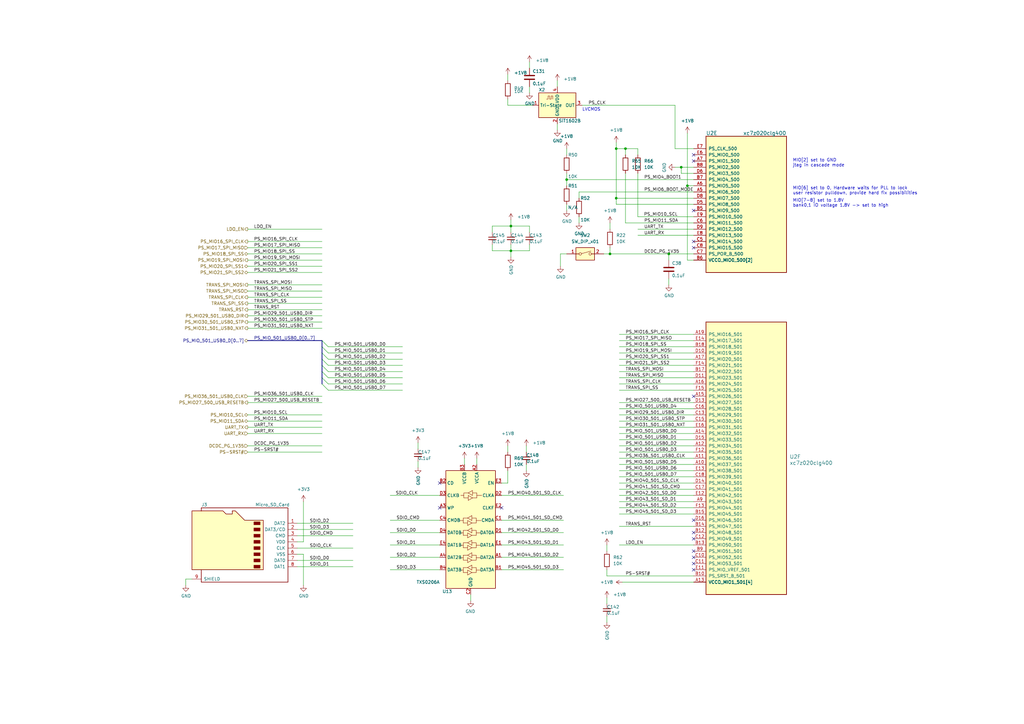
<source format=kicad_sch>
(kicad_sch (version 20231120) (generator "eeschema") (generator_version "8.0")
  (paper "A3")
  (junction (at 279.4 68.58))
  (junction (at 232.41 73.66))
  (junction (at 250.19 104.14))
  (junction (at 256.54 60.96))
  (junction (at 252.73 60.96))
  (junction (at 209.55 92.71))
  (junction (at 274.32 104.14))
  (junction (at 281.94 76.2))
  (junction (at 252.73 81.28))
  (junction (at 209.55 102.87))
  (no_connect (at 284.48 66.04))
  (no_connect (at 284.48 86.36))
  (no_connect (at 284.48 101.6))
  (no_connect (at 284.48 99.06))
  (no_connect (at 284.48 63.5))
  (no_connect (at 180.34 198.12))
  (no_connect (at 180.34 208.28))
  (no_connect (at 205.74 208.28))
  (no_connect (at 284.48 228.6))
  (no_connect (at 284.48 231.14))
  (no_connect (at 284.48 220.98))
  (no_connect (at 284.48 218.44))
  (no_connect (at 284.48 213.36))
  (no_connect (at 284.48 162.56))
  (no_connect (at 284.48 226.06))
  (no_connect (at 284.48 233.68))
  (bus_entry (at 132.08 147.32) (size 2.54 2.54))
  (bus_entry (at 132.08 149.86) (size 2.54 2.54))
  (bus_entry (at 132.08 152.4) (size 2.54 2.54))
  (bus_entry (at 132.08 144.78) (size 2.54 2.54))
  (bus_entry (at 132.08 139.7) (size 2.54 2.54))
  (bus_entry (at 132.08 142.24) (size 2.54 2.54))
  (bus_entry (at 132.08 154.94) (size 2.54 2.54))
  (bus_entry (at 132.08 157.48) (size 2.54 2.54))
  (wire (pts (xy 101.6 177.8) (xy 132.08 177.8)))
  (wire (pts (xy 252.73 81.28) (xy 284.48 81.28)))
  (wire (pts (xy 190.5 187.96) (xy 190.5 190.5)))
  (wire (pts (xy 134.62 157.48) (xy 165.1 157.48)))
  (wire (pts (xy 134.62 154.94) (xy 165.1 154.94)))
  (wire (pts (xy 254 190.5) (xy 284.48 190.5)))
  (wire (pts (xy 101.6 182.88) (xy 132.08 182.88)))
  (wire (pts (xy 205.74 213.36) (xy 231.14 213.36)))
  (wire (pts (xy 238.76 43.18) (xy 276.86 43.18)))
  (wire (pts (xy 254 137.16) (xy 284.48 137.16)))
  (wire (pts (xy 261.62 88.9) (xy 284.48 88.9)))
  (wire (pts (xy 217.17 35.56) (xy 217.17 38.1)))
  (wire (pts (xy 279.4 71.12) (xy 284.48 71.12)))
  (wire (pts (xy 193.04 243.84) (xy 193.04 246.38)))
  (wire (pts (xy 208.28 193.04) (xy 208.28 198.12)))
  (wire (pts (xy 121.92 224.79) (xy 144.78 224.79)))
  (wire (pts (xy 247.65 104.14) (xy 250.19 104.14)))
  (wire (pts (xy 205.74 203.2) (xy 231.14 203.2)))
  (wire (pts (xy 160.02 228.6) (xy 180.34 228.6)))
  (wire (pts (xy 254 223.52) (xy 284.48 223.52)))
  (wire (pts (xy 205.74 218.44) (xy 231.14 218.44)))
  (wire (pts (xy 101.6 132.08) (xy 132.08 132.08)))
  (wire (pts (xy 171.45 181.61) (xy 171.45 184.15)))
  (wire (pts (xy 208.28 182.88) (xy 208.28 185.42)))
  (wire (pts (xy 201.93 92.71) (xy 201.93 95.25)))
  (wire (pts (xy 254 167.64) (xy 284.48 167.64)))
  (wire (pts (xy 171.45 191.77) (xy 171.45 189.23)))
  (wire (pts (xy 101.6 121.92) (xy 132.08 121.92)))
  (bus (pts (xy 132.08 154.94) (xy 132.08 157.48)))
  (wire (pts (xy 274.32 104.14) (xy 284.48 104.14)))
  (wire (pts (xy 201.93 102.87) (xy 201.93 100.33)))
  (wire (pts (xy 134.62 144.78) (xy 165.1 144.78)))
  (wire (pts (xy 279.4 68.58) (xy 279.4 71.12)))
  (wire (pts (xy 254 203.2) (xy 284.48 203.2)))
  (wire (pts (xy 254 157.48) (xy 284.48 157.48)))
  (wire (pts (xy 254 182.88) (xy 284.48 182.88)))
  (wire (pts (xy 254 172.72) (xy 284.48 172.72)))
  (wire (pts (xy 232.41 73.66) (xy 284.48 73.66)))
  (wire (pts (xy 209.55 92.71) (xy 209.55 95.25)))
  (wire (pts (xy 232.41 73.66) (xy 232.41 76.2)))
  (wire (pts (xy 121.92 217.17) (xy 144.78 217.17)))
  (wire (pts (xy 76.2 240.03) (xy 76.2 237.49)))
  (wire (pts (xy 261.62 96.52) (xy 284.48 96.52)))
  (wire (pts (xy 205.74 233.68) (xy 231.14 233.68)))
  (wire (pts (xy 254 215.9) (xy 284.48 215.9)))
  (wire (pts (xy 276.86 68.58) (xy 279.4 68.58)))
  (wire (pts (xy 281.94 54.61) (xy 281.94 76.2)))
  (wire (pts (xy 160.02 233.68) (xy 180.34 233.68)))
  (wire (pts (xy 237.49 88.9) (xy 237.49 91.44)))
  (bus (pts (xy 132.08 139.7) (xy 132.08 142.24)))
  (wire (pts (xy 228.6 50.8) (xy 228.6 53.34)))
  (wire (pts (xy 281.94 106.68) (xy 284.48 106.68)))
  (wire (pts (xy 254 193.04) (xy 284.48 193.04)))
  (wire (pts (xy 261.62 63.5) (xy 261.62 60.96)))
  (bus (pts (xy 101.6 139.7) (xy 132.08 139.7)))
  (wire (pts (xy 276.86 43.18) (xy 276.86 60.96)))
  (wire (pts (xy 205.74 228.6) (xy 231.14 228.6)))
  (wire (pts (xy 237.49 78.74) (xy 284.48 78.74)))
  (wire (pts (xy 254 208.28) (xy 284.48 208.28)))
  (wire (pts (xy 254 160.02) (xy 284.48 160.02)))
  (wire (pts (xy 76.2 237.49) (xy 78.74 237.49)))
  (wire (pts (xy 254 205.74) (xy 284.48 205.74)))
  (wire (pts (xy 134.62 149.86) (xy 165.1 149.86)))
  (wire (pts (xy 101.6 109.22) (xy 132.08 109.22)))
  (wire (pts (xy 101.6 170.18) (xy 132.08 170.18)))
  (wire (pts (xy 261.62 93.98) (xy 284.48 93.98)))
  (wire (pts (xy 281.94 76.2) (xy 281.94 106.68)))
  (wire (pts (xy 101.6 185.42) (xy 132.08 185.42)))
  (wire (pts (xy 101.6 172.72) (xy 132.08 172.72)))
  (wire (pts (xy 209.55 92.71) (xy 217.17 92.71)))
  (wire (pts (xy 248.92 223.52) (xy 248.92 226.06)))
  (wire (pts (xy 101.6 119.38) (xy 132.08 119.38)))
  (bus (pts (xy 132.08 149.86) (xy 132.08 152.4)))
  (wire (pts (xy 195.58 187.96) (xy 195.58 190.5)))
  (wire (pts (xy 215.9 182.88) (xy 215.9 185.42)))
  (bus (pts (xy 132.08 152.4) (xy 132.08 154.94)))
  (wire (pts (xy 208.28 30.48) (xy 208.28 33.02)))
  (wire (pts (xy 250.19 91.44) (xy 250.19 93.98)))
  (wire (pts (xy 232.41 71.12) (xy 232.41 73.66)))
  (wire (pts (xy 160.02 223.52) (xy 180.34 223.52)))
  (wire (pts (xy 209.55 90.17) (xy 209.55 92.71)))
  (wire (pts (xy 101.6 129.54) (xy 132.08 129.54)))
  (wire (pts (xy 254 149.86) (xy 284.48 149.86)))
  (wire (pts (xy 254 198.12) (xy 284.48 198.12)))
  (bus (pts (xy 132.08 142.24) (xy 132.08 144.78)))
  (wire (pts (xy 254 185.42) (xy 284.48 185.42)))
  (wire (pts (xy 101.6 124.46) (xy 132.08 124.46)))
  (wire (pts (xy 134.62 142.24) (xy 165.1 142.24)))
  (wire (pts (xy 217.17 92.71) (xy 217.17 95.25)))
  (wire (pts (xy 254 177.8) (xy 284.48 177.8)))
  (bus (pts (xy 132.08 147.32) (xy 132.08 149.86)))
  (wire (pts (xy 101.6 99.06) (xy 132.08 99.06)))
  (wire (pts (xy 160.02 218.44) (xy 180.34 218.44)))
  (wire (pts (xy 124.46 227.33) (xy 124.46 240.03)))
  (wire (pts (xy 217.17 102.87) (xy 217.17 100.33)))
  (wire (pts (xy 254 147.32) (xy 284.48 147.32)))
  (wire (pts (xy 261.62 71.12) (xy 261.62 88.9)))
  (wire (pts (xy 215.9 193.04) (xy 215.9 190.5)))
  (wire (pts (xy 121.92 222.25) (xy 124.46 222.25)))
  (wire (pts (xy 254 142.24) (xy 284.48 142.24)))
  (wire (pts (xy 254 152.4) (xy 284.48 152.4)))
  (wire (pts (xy 252.73 58.42) (xy 252.73 60.96)))
  (wire (pts (xy 252.73 60.96) (xy 252.73 81.28)))
  (wire (pts (xy 250.19 104.14) (xy 274.32 104.14)))
  (wire (pts (xy 205.74 223.52) (xy 231.14 223.52)))
  (wire (pts (xy 248.92 245.11) (xy 248.92 247.65)))
  (wire (pts (xy 101.6 116.84) (xy 132.08 116.84)))
  (wire (pts (xy 254 200.66) (xy 284.48 200.66)))
  (wire (pts (xy 252.73 81.28) (xy 252.73 83.82)))
  (wire (pts (xy 134.62 147.32) (xy 165.1 147.32)))
  (wire (pts (xy 254 210.82) (xy 284.48 210.82)))
  (wire (pts (xy 101.6 162.56) (xy 132.08 162.56)))
  (bus (pts (xy 132.08 144.78) (xy 132.08 147.32)))
  (wire (pts (xy 101.6 175.26) (xy 132.08 175.26)))
  (wire (pts (xy 209.55 102.87) (xy 217.17 102.87)))
  (wire (pts (xy 201.93 102.87) (xy 209.55 102.87)))
  (wire (pts (xy 121.92 227.33) (xy 124.46 227.33)))
  (wire (pts (xy 205.74 198.12) (xy 208.28 198.12)))
  (wire (pts (xy 101.6 93.98) (xy 132.08 93.98)))
  (wire (pts (xy 248.92 236.22) (xy 284.48 236.22)))
  (wire (pts (xy 232.41 83.82) (xy 232.41 86.36)))
  (wire (pts (xy 101.6 106.68) (xy 132.08 106.68)))
  (wire (pts (xy 101.6 111.76) (xy 132.08 111.76)))
  (wire (pts (xy 256.54 71.12) (xy 256.54 91.44)))
  (wire (pts (xy 248.92 233.68) (xy 248.92 236.22)))
  (wire (pts (xy 101.6 104.14) (xy 132.08 104.14)))
  (wire (pts (xy 121.92 229.87) (xy 144.78 229.87)))
  (wire (pts (xy 208.28 43.18) (xy 208.28 40.64)))
  (wire (pts (xy 254 187.96) (xy 284.48 187.96)))
  (wire (pts (xy 101.6 134.62) (xy 132.08 134.62)))
  (wire (pts (xy 284.48 238.76) (xy 255.27 238.76)))
  (wire (pts (xy 281.94 76.2) (xy 284.48 76.2)))
  (wire (pts (xy 160.02 213.36) (xy 180.34 213.36)))
  (wire (pts (xy 274.32 106.68) (xy 274.32 104.14)))
  (wire (pts (xy 237.49 78.74) (xy 237.49 81.28)))
  (wire (pts (xy 121.92 232.41) (xy 144.78 232.41)))
  (wire (pts (xy 252.73 83.82) (xy 284.48 83.82)))
  (wire (pts (xy 276.86 60.96) (xy 284.48 60.96)))
  (wire (pts (xy 232.41 104.14) (xy 229.87 104.14)))
  (wire (pts (xy 256.54 60.96) (xy 256.54 63.5)))
  (wire (pts (xy 248.92 255.27) (xy 248.92 252.73)))
  (wire (pts (xy 124.46 205.74) (xy 124.46 222.25)))
  (wire (pts (xy 254 175.26) (xy 284.48 175.26)))
  (wire (pts (xy 121.92 214.63) (xy 144.78 214.63)))
  (wire (pts (xy 101.6 165.1) (xy 132.08 165.1)))
  (wire (pts (xy 274.32 116.84) (xy 274.32 114.3)))
  (wire (pts (xy 217.17 27.94) (xy 217.17 25.4)))
  (wire (pts (xy 201.93 92.71) (xy 209.55 92.71)))
  (wire (pts (xy 254 144.78) (xy 284.48 144.78)))
  (wire (pts (xy 279.4 68.58) (xy 284.48 68.58)))
  (wire (pts (xy 229.87 104.14) (xy 229.87 109.22)))
  (wire (pts (xy 256.54 91.44) (xy 284.48 91.44)))
  (wire (pts (xy 121.92 219.71) (xy 144.78 219.71)))
  (wire (pts (xy 232.41 60.96) (xy 232.41 63.5)))
  (wire (pts (xy 134.62 152.4) (xy 165.1 152.4)))
  (wire (pts (xy 208.28 43.18) (xy 218.44 43.18)))
  (wire (pts (xy 254 139.7) (xy 284.48 139.7)))
  (wire (pts (xy 254 165.1) (xy 284.48 165.1)))
  (wire (pts (xy 101.6 101.6) (xy 132.08 101.6)))
  (wire (pts (xy 134.62 160.02) (xy 165.1 160.02)))
  (wire (pts (xy 254 195.58) (xy 284.48 195.58)))
  (wire (pts (xy 228.6 33.02) (xy 228.6 35.56)))
  (wire (pts (xy 209.55 102.87) (xy 209.55 100.33)))
  (wire (pts (xy 254 180.34) (xy 284.48 180.34)))
  (wire (pts (xy 256.54 60.96) (xy 261.62 60.96)))
  (wire (pts (xy 254 170.18) (xy 284.48 170.18)))
  (wire (pts (xy 254 154.94) (xy 284.48 154.94)))
  (wire (pts (xy 101.6 127) (xy 132.08 127)))
  (wire (pts (xy 252.73 60.96) (xy 256.54 60.96)))
  (wire (pts (xy 209.55 105.41) (xy 209.55 102.87)))
  (wire (pts (xy 160.02 203.2) (xy 180.34 203.2)))
  (wire (pts (xy 250.19 101.6) (xy 250.19 104.14)))
  (text "MIO[6] set to 0, Hardware waits for PLL to lock\nuser resistor pulldown, provide hard fix possibilities" (at 325.12 80.01 0) (effects (font (size 1.27 1.27)) (justify left bottom)))
  (text "MIO[7-8] set to 1.8V\nbank0,1 IO voltage 1.8V -> set to high" (at 325.12 85.09 0) (effects (font (size 1.27 1.27)) (justify left bottom)))
  (text "LVCMOS" (at 238.76 45.72 0) (effects (font (size 1.27 1.27)) (justify left bottom)))
  (text "MIO[2] set to GND\njtag in cascade mode" (at 325.12 68.58 0) (effects (font (size 1.27 1.27)) (justify left bottom)))
  (label "PS_MIO_501_USB0_D2" (at 137.16 147.32 0))
  (label "SDIO_D2" (at 127 214.63 0))
  (label "PS_MIO_501_USB0_D3" (at 256.54 185.42 0))
  (label "PS_MIO_501_USB0_D2" (at 256.54 182.88 0))
  (label "PS_MIO19_SPI_MOSI" (at 104.14 106.68 0))
  (label "PS-SRST#" (at 104.14 185.42 0))
  (label "PS_MIO30_501_USB0_STP" (at 104.14 132.08 0))
  (label "SDIO_CMD" (at 162.56 213.36 0))
  (label "PS_MIO19_SPI_MOSI" (at 256.54 144.78 0))
  (label "PS_MIO43_501_SD_D1" (at 208.28 223.52 0))
  (label "PS_MIO_501_USB0_D5" (at 137.16 154.94 0))
  (label "PS_MIO31_501_USB0_NXT" (at 104.14 134.62 0))
  (label "PS_MIO17_SPI_MISO" (at 256.54 139.7 0))
  (label "PS_MIO45_501_SD_D3" (at 208.28 233.68 0))
  (label "SDIO_CLK" (at 162.2518 203.2 0))
  (label "UART_RX" (at 104.14 177.8 0))
  (label "LDO_EN" (at 104.14 93.98 0))
  (label "TRANS_SPI_MISO" (at 256.54 154.94 0))
  (label "PS_MIO16_SPI_CLK" (at 104.14 99.06 0))
  (label "PS_MIO27_500_USB_RESETB" (at 104.14 165.1 0))
  (label "UART_RX" (at 264.16 96.52 0))
  (label "PS_MIO43_501_SD_D1" (at 256.54 205.74 0))
  (label "PS_MIO21_SPI_SS2" (at 104.14 111.76 0))
  (label "PS_CLK" (at 241.3 43.18 0))
  (label "TRANS_SPI_MOSI" (at 256.54 152.4 0))
  (label "SDIO_D0" (at 162.56 218.44 0))
  (label "PS_MIO_501_USB0_D7" (at 137.16 160.02 0))
  (label "PS_MIO29_501_USB0_DIR" (at 104.14 129.54 0))
  (label "SDIO_D1" (at 127 232.41 0))
  (label "PS_MIO_501_USB0_D7" (at 256.54 195.58 0))
  (label "SDIO_CMD" (at 127 219.71 0))
  (label "DCDC_PG_1V35" (at 264.16 104.14 0))
  (label "PS_MIO30_501_USB0_STP" (at 256.54 172.72 0))
  (label "PS_MIO41_501_SD_CMD" (at 256.54 200.66 0))
  (label "PS_MIO_501_USB0_D0" (at 137.16 142.24 0))
  (label "PS_MIO11_SDA" (at 104.14 172.72 0))
  (label "PS_MIO45_501_SD_D3" (at 256.54 210.82 0))
  (label "SDIO_D0" (at 127 229.87 0))
  (label "PS_MIO_501_USB0_D4" (at 256.54 167.64 0))
  (label "PS_MIO20_SPI_SS1" (at 256.54 147.32 0))
  (label "PS_MIO11_SDA" (at 264.16 91.44 0))
  (label "PS_MIO16_SPI_CLK" (at 256.54 137.16 0))
  (label "SDIO_D3" (at 127 217.17 0))
  (label "UART_TX" (at 264.16 93.98 0))
  (label "PS_MIO4_BOOT1" (at 264.16 73.66 0))
  (label "UART_TX" (at 104.14 175.26 0))
  (label "PS_MIO_501_USB0_D1" (at 256.54 180.34 0))
  (label "PS_MIO_501_USB0_D0" (at 256.54 177.8 0))
  (label "TRANS_SPI_CLK" (at 104.14 121.92 0))
  (label "PS_MIO6_BOOT_MODE" (at 264.16 78.74 0))
  (label "PS_MIO18_SPI_SS" (at 256.54 142.24 0))
  (label "PS_MIO10_SCL" (at 104.0553 170.18 0))
  (label "PS_MIO40_501_SD_CLK" (at 208.28 203.2 0))
  (label "PS_MIO_501_USB0_D1" (at 137.16 144.78 0))
  (label "PS_MIO40_501_SD_CLK" (at 256.54 198.12 0))
  (label "PS_MIO42_501_SD_D0" (at 256.54 203.2 0))
  (label "PS_MIO31_501_USB0_NXT" (at 256.54 175.26 0))
  (label "PS_MIO36_501_USB0_CLK" (at 256.54 187.96 0))
  (label "SDIO_D2" (at 162.56 228.6 0))
  (label "PS_MIO42_501_SD_D0" (at 208.28 218.44 0))
  (label "TRANS_RST" (at 256.54 215.9 0))
  (label "PS_MIO21_SPI_SS2" (at 256.54 149.86 0))
  (label "SDIO_D3" (at 162.56 233.68 0))
  (label "LDO_EN" (at 256.54 223.52 0))
  (label "PS_MIO_501_USB0_D6" (at 256.54 193.04 0))
  (label "PS_MIO_501_USB0_D3" (at 137.16 149.86 0))
  (label "PS_MIO17_SPI_MISO" (at 104.14 101.6 0))
  (label "TRANS_SPI_SS" (at 256.54 160.02 0))
  (label "TRANS_SPI_MOSI" (at 104.14 116.84 0))
  (label "PS_MIO41_501_SD_CMD" (at 208.28 213.36 0))
  (label "PS_MIO36_501_USB0_CLK" (at 104.14 162.56 0))
  (label "TRANS_SPI_SS" (at 104.14 124.46 0))
  (label "SDIO_CLK" (at 127 224.79 0))
  (label "PS_MIO_501_USB0_D[0..7]" (at 104.14 139.7 0))
  (label "SDIO_D1" (at 162.56 223.52 0))
  (label "PS_MIO44_501_SD_D2" (at 208.28 228.6 0))
  (label "PS-SRST#" (at 256.54 236.22 0))
  (label "PS_MIO44_501_SD_D2" (at 256.54 208.28 0))
  (label "PS_MIO20_SPI_SS1" (at 104.14 109.22 0))
  (label "DCDC_PG_1V35" (at 104.14 182.88 0))
  (label "PS_MIO_501_USB0_D5" (at 256.54 190.5 0))
  (label "PS_MIO10_SCL" (at 264.0753 88.9 0))
  (label "TRANS_SPI_MISO" (at 104.14 119.38 0))
  (label "PS_MIO_501_USB0_D6" (at 137.16 157.48 0))
  (label "TRANS_SPI_CLK" (at 256.54 157.48 0))
  (label "PS_MIO_501_USB0_D4" (at 137.16 152.4 0))
  (label "PS_MIO27_500_USB_RESETB" (at 256.54 165.1 0))
  (label "TRANS_RST" (at 104.14 127 0))
  (label "PS_MIO18_SPI_SS" (at 104.14 104.14 0))
  (label "PS_MIO29_501_USB0_DIR" (at 256.54 170.18 0))
  (hierarchical_label "PS_MIO19_SPI_MOSI" (shape output) (at 101.6 106.68 180))
  (hierarchical_label "PS_MIO16_SPI_CLK" (shape output) (at 101.6 99.06 180))
  (hierarchical_label "UART_TX" (shape output) (at 101.6 175.26 180))
  (hierarchical_label "PS-SRST#" (shape input) (at 101.6 185.42 180))
  (hierarchical_label "PS_MIO29_501_USB0_DIR" (shape output) (at 101.6 129.54 180))
  (hierarchical_label "UART_RX" (shape input) (at 101.6 177.8 180))
  (hierarchical_label "TRANS_SPI_MISO" (shape input) (at 101.6 119.38 180))
  (hierarchical_label "PS_MIO20_SPI_SS1" (shape bidirectional) (at 101.6 109.22 180))
  (hierarchical_label "PS_MIO27_500_USB_RESETB" (shape output) (at 101.6 165.1 180))
  (hierarchical_label "PS_MIO_501_USB0_D[0..7]" (shape bidirectional) (at 101.6 139.7 180))
  (hierarchical_label "DCDC_PG_1V35" (shape input) (at 101.6 182.88 180))
  (hierarchical_label "LDO_EN" (shape output) (at 101.6 93.98 180))
  (hierarchical_label "PS_MIO31_501_USB0_NXT" (shape output) (at 101.6 134.62 180))
  (hierarchical_label "PS_MIO10_SCL" (shape bidirectional) (at 101.6 170.18 180))
  (hierarchical_label "TRANS_SPI_MOSI" (shape output) (at 101.6 116.84 180))
  (hierarchical_label "PS_MIO18_SPI_SS" (shape bidirectional) (at 101.6 104.14 180))
  (hierarchical_label "TRANS_RST" (shape output) (at 101.6 127 180))
  (hierarchical_label "PS_MIO30_501_USB0_STP" (shape output) (at 101.6 132.08 180))
  (hierarchical_label "TRANS_SPI_CLK" (shape output) (at 101.6 121.92 180))
  (hierarchical_label "PS_MIO17_SPI_MISO" (shape input) (at 101.6 101.6 180))
  (hierarchical_label "PS_MIO21_SPI_SS2" (shape bidirectional) (at 101.6 111.76 180))
  (hierarchical_label "PS_MIO36_501_USB0_CLK" (shape input) (at 101.6 162.56 180))
  (hierarchical_label "PS_MIO11_SDA" (shape bidirectional) (at 101.6 172.72 180))
  (hierarchical_label "TRANS_SPI_SS" (shape output) (at 101.6 124.46 180))
  (symbol (lib_id "power:+1V8") (at 208.28 182.88 0) (mirror y) (unit 1)
    (property "Reference" "#PWR0279" (effects (hide yes)))
    (property "Value" "+1V8" (at 208.28 177.8 0))
  )
  (symbol (lib_id "Device:R") (at 237.49 85.09 180) (unit 1)
    (property "Reference" "R52" (at 240.03 81.28 0))
    (property "Value" "10K" (at 240.03 90.17 0))
    (property "Footprint" "Resistor_SMD:R_0201_0603Metric" (effects (hide yes)))
  )
  (symbol (lib_id "power:+3.3V") (at 190.5 187.96 0) (unit 1)
    (property "Reference" "#PWR0282" (effects (hide yes)))
    (property "Value" "+3V3" (at 190.5 182.88 0))
  )
  (symbol (lib_id "Device:R") (at 256.54 67.31 0) (unit 1)
    (property "Reference" "R65" (at 259.08 66.0399 0) (effects (justify left)))
    (property "Value" "10K" (at 259.08 68.5799 0) (effects (justify left)))
    (property "Footprint" "Resistor_SMD:R_0201_0603Metric" (effects (hide yes)))
  )
  (symbol (lib_id "power:GND") (at 76.2 240.03 0) (unit 1)
    (property "Reference" "#PWR02" (effects (hide yes)))
    (property "Value" "GND" (at 76.327 244.4242 0))
  )
  (symbol (lib_id "Switch:SW_DIP_x01") (at 240.03 104.14 0) (unit 1)
    (property "Reference" "SW2" (at 240.03 96.52 0))
    (property "Value" "SW_DIP_x01" (at 240.03 99.06 0))
    (property "Footprint" "Switcher:EVQ9P701P" (effects (hide yes)))
  )
  (symbol (lib_id "power:GND") (at 228.6 53.34 0) (unit 1)
    (property "Reference" "#PWR0109" (effects (hide yes)))
    (property "Value" "GND" (at 228.727 57.7342 0))
  )
  (symbol (lib_id "power:+1V8") (at 281.94 54.61 0) (unit 1)
    (property "Reference" "#PWR0113" (effects (hide yes)))
    (property "Value" "+1V8" (at 281.94 49.53 0))
  )
  (symbol (lib_id "power:GND") (at 215.9 193.04 0) (unit 1)
    (property "Reference" "#PWR0280" (effects (hide yes)))
    (property "Value" "GND" (at 216.027 196.2912 90) (effects (justify right)))
  )
  (symbol (lib_id "Device:R") (at 248.92 229.87 0) (unit 1)
    (property "Reference" "R62" (at 251.46 228.5999 0) (effects (justify left)))
    (property "Value" "10K" (at 251.46 231.1399 0) (effects (justify left)))
    (property "Footprint" "Resistor_SMD:R_0201_0603Metric" (effects (hide yes)))
  )
  (symbol (lib_id "power:+1V8") (at 252.73 58.42 0) (unit 1)
    (property "Reference" "#PWR0213" (effects (hide yes)))
    (property "Value" "+1V8" (at 252.73 53.34 0))
  )
  (symbol (lib_id "Device:C_Small") (at 209.55 97.79 0) (unit 1)
    (property "Reference" "C144" (at 209.55 96.52 0) (effects (justify left)))
    (property "Value" "0.1uF" (at 209.55 99.06 0) (effects (justify left)))
    (property "Footprint" "Capacitor_SMD:C_0201_0603Metric" (effects (hide yes)))
  )
  (symbol (lib_id "power:+3.3V") (at 171.45 181.61 0) (unit 1)
    (property "Reference" "#PWR0277" (effects (hide yes)))
    (property "Value" "+3V3" (at 171.45 176.53 0))
  )
  (symbol (lib_id "power:+1V8") (at 250.19 91.44 0) (unit 1)
    (property "Reference" "#PWR0221" (effects (hide yes)))
    (property "Value" "+1V8" (at 250.19 86.36 0))
  )
  (symbol (lib_id "power:+3.3V") (at 124.46 205.74 0) (unit 1)
    (property "Reference" "#PWR03" (effects (hide yes)))
    (property "Value" "+3V3" (at 124.46 200.66 0))
  )
  (symbol (lib_id "power:GND") (at 124.46 240.03 0) (unit 1)
    (property "Reference" "#PWR010" (effects (hide yes)))
    (property "Value" "GND" (at 124.587 244.4242 0))
  )
  (symbol (lib_id "power:+1V8") (at 209.55 90.17 0) (unit 1)
    (property "Reference" "#PWR0263" (effects (hide yes)))
    (property "Value" "+1V8" (at 212.09 88.9 0) (effects (justify left)))
  )
  (symbol (lib_id "power:GND") (at 193.04 246.38 0) (mirror y) (unit 1)
    (property "Reference" "#PWR0281" (effects (hide yes)))
    (property "Value" "GND" (at 192.913 250.7742 0))
  )
  (symbol (lib_id "power:+1V8") (at 228.6 33.02 0) (unit 1)
    (property "Reference" "#PWR0235" (effects (hide yes)))
    (property "Value" "+1V8" (at 231.14 32.385 0) (effects (justify left)))
  )
  (symbol (lib_id "Device:R") (at 208.28 36.83 0) (unit 1)
    (property "Reference" "R49" (at 210.82 36.195 0) (effects (justify left)))
    (property "Value" "10K" (at 210.82 37.465 0) (effects (justify left)))
    (property "Footprint" "Resistor_SMD:R_0201_0603Metric" (effects (hide yes)))
  )
  (symbol (lib_id "power:GND") (at 209.55 105.41 0) (unit 1)
    (property "Reference" "#PWR0264" (effects (hide yes)))
    (property "Value" "GND" (at 209.677 108.6612 90) (effects (justify right)))
  )
  (symbol (lib_id "Device:C_Small") (at 215.9 187.96 0) (unit 1)
    (property "Reference" "C148" (at 215.9 186.69 0) (effects (justify left)))
    (property "Value" "0.1uF" (at 215.9 189.23 0) (effects (justify left)))
    (property "Footprint" "Capacitor_SMD:C_0201_0603Metric" (effects (hide yes)))
  )
  (symbol (lib_id "Logic LevelTransistor_Local:TXS0206A") (at 193.04 218.44 0) (mirror y) (unit 1)
    (property "Reference" "U13" (at 185.42 242.57 0) (effects (justify left)))
    (property "Value" "TXS0206A" (at 180.34 238.76 0) (effects (justify left)))
    (property "Footprint" "Package_CSP_Local:WLCSP-20_1.609x1.994mm_Layout4x5_P0.4mm" (effects (hide yes)))
    (property "Datasheet" "https://www.ti.com.cn/cn/lit/ds/symlink/txs0206a.pdf" (effects (hide yes)))
  )
  (symbol (lib_id "power:+1V8") (at 232.41 60.96 0) (unit 1)
    (property "Reference" "#PWR0236" (effects (hide yes)))
    (property "Value" "+1V8" (at 232.41 55.88 0))
  )
  (symbol (lib_id "Device:C") (at 274.32 110.49 0) (unit 1)
    (property "Reference" "C38" (at 275.59 107.95 0) (effects (justify left)))
    (property "Value" "0.1uF" (at 275.59 113.03 0) (effects (justify left)))
    (property "Footprint" "Capacitor_SMD:C_0201_0603Metric" (effects (hide yes)))
  )
  (symbol (lib_id "Device:C_Small") (at 171.45 186.69 0) (unit 1)
    (property "Reference" "C147" (at 171.45 185.42 0) (effects (justify left)))
    (property "Value" "0.1uF" (at 171.45 187.96 0) (effects (justify left)))
    (property "Footprint" "Capacitor_SMD:C_0201_0603Metric" (effects (hide yes)))
  )
  (symbol (lib_id "power:GND") (at 232.41 86.36 0) (unit 1)
    (property "Reference" "#PWR0244" (effects (hide yes)))
    (property "Value" "GND" (at 232.537 90.7542 0))
  )
  (symbol (lib_id "power:+1V8") (at 217.17 25.4 0) (unit 1)
    (property "Reference" "#PWR0234" (effects (hide yes)))
    (property "Value" "+1V8" (at 219.71 24.765 0) (effects (justify left)))
  )
  (symbol (lib_id "power:+1V8") (at 248.92 245.11 0) (unit 1)
    (property "Reference" "#PWR0260" (effects (hide yes)))
    (property "Value" "+1V8" (at 251.46 243.84 0) (effects (justify left)))
  )
  (symbol (lib_id "Device:R") (at 232.41 80.01 180) (unit 1)
    (property "Reference" "R51" (at 234.95 76.2 0))
    (property "Value" "N/A" (at 234.95 85.09 0))
    (property "Footprint" "Resistor_SMD:R_0201_0603Metric" (effects (hide yes)))
  )
  (symbol (lib_id "power:+1V8") (at 215.9 182.88 0) (unit 1)
    (property "Reference" "#PWR0278" (effects (hide yes)))
    (property "Value" "+1V8" (at 218.44 181.61 0) (effects (justify left)))
  )
  (symbol (lib_id "power:GND") (at 276.86 68.58 270) (unit 1)
    (property "Reference" "#PWR0138" (effects (hide yes)))
    (property "Value" "GND" (at 272.4658 68.707 0))
  )
  (symbol (lib_id "Connector:Micro_SD_Card") (at 99.06 222.25 0) (mirror y) (unit 1)
    (property "Reference" "J3" (at 83.82 207.01 0))
    (property "Value" "Micro_SD_Card" (at 111.76 207.01 0))
    (property "Footprint" "Connector_Card:microSD_HC_Molex_104031-0811" (effects (hide yes)))
    (property "Datasheet" "http://katalog.we-online.de/em/datasheet/693072010801.pdf" (effects (hide yes)))
  )
  (symbol (lib_id "power:GND") (at 217.17 38.1 0) (unit 1)
    (property "Reference" "#PWR0202" (effects (hide yes)))
    (property "Value" "GND" (at 217.297 42.4942 0))
  )
  (symbol (lib_id "Device:C_Small") (at 248.92 250.19 0) (unit 1)
    (property "Reference" "C142" (at 248.92 248.92 0) (effects (justify left)))
    (property "Value" "0.1uF" (at 248.92 251.46 0) (effects (justify left)))
    (property "Footprint" "Capacitor_SMD:C_0201_0603Metric" (effects (hide yes)))
  )
  (symbol (lib_id "Device:C_Small") (at 217.17 97.79 0) (unit 1)
    (property "Reference" "C143" (at 217.17 96.52 0) (effects (justify left)))
    (property "Value" "0.1uF" (at 217.17 99.06 0) (effects (justify left)))
    (property "Footprint" "Capacitor_SMD:C_0201_0603Metric" (effects (hide yes)))
  )
  (symbol (lib_id "Device:R") (at 250.19 97.79 0) (unit 1)
    (property "Reference" "R22" (at 252.73 96.5199 0) (effects (justify left)))
    (property "Value" "10K" (at 252.73 99.0599 0) (effects (justify left)))
    (property "Footprint" "Resistor_SMD:R_0201_0603Metric" (effects (hide yes)))
  )
  (symbol (lib_id "Device:C") (at 217.17 31.75 0) (unit 1)
    (property "Reference" "C131" (at 218.44 29.21 0) (effects (justify left)))
    (property "Value" "0.1uF" (at 218.44 34.29 0) (effects (justify left)))
    (property "Footprint" "Capacitor_SMD:C_0201_0603Metric" (effects (hide yes)))
  )
  (symbol (lib_id "Device:R") (at 261.62 67.31 0) (unit 1)
    (property "Reference" "R66" (at 264.16 66.0399 0) (effects (justify left)))
    (property "Value" "10K" (at 264.16 68.5799 0) (effects (justify left)))
    (property "Footprint" "Resistor_SMD:R_0201_0603Metric" (effects (hide yes)))
  )
  (symbol (lib_id "power:GND") (at 274.32 116.84 0) (unit 1)
    (property "Reference" "#PWR0102" (effects (hide yes)))
    (property "Value" "GND" (at 274.447 121.2342 0))
  )
  (symbol (lib_id "power:+1V8") (at 208.28 30.48 0) (unit 1)
    (property "Reference" "#PWR0201" (effects (hide yes)))
    (property "Value" "+1V8" (at 210.82 29.845 0) (effects (justify left)))
  )
  (symbol (lib_id "Device:R") (at 232.41 67.31 180) (unit 1)
    (property "Reference" "R50" (at 234.95 63.5 0))
    (property "Value" "10K" (at 234.95 72.39 0))
    (property "Footprint" "Resistor_SMD:R_0201_0603Metric" (effects (hide yes)))
  )
  (symbol (lib_id "power:+1V8") (at 255.27 238.76 90) (unit 1)
    (property "Reference" "#PWR014" (effects (hide yes)))
    (property "Value" "+1V8" (at 251.46 238.7599 90) (effects (justify left)))
  )
  (symbol (lib_id "7z010_ddr:xc7z020clg400") (at 284.48 137.16 0) (unit 6)
    (property "Reference" "U2" (at 323.85 187.325 0) (effects (font (size 1.524 1.524)) (justify left)))
    (property "Value" "xc7z020clg400" (at 323.85 189.865 0) (effects (font (size 1.524 1.524)) (justify left)))
    (property "Footprint" "Package_CSP_Local:Xilinx_CLG400_020_Delay" (effects (hide yes)))
  )
  (symbol (lib_id "power:GND") (at 171.45 191.77 0) (unit 1)
    (property "Reference" "#PWR0276" (effects (hide yes)))
    (property "Value" "GND" (at 171.577 195.0212 90) (effects (justify right)))
  )
  (symbol (lib_id "power:+1V8") (at 248.92 223.52 0) (unit 1)
    (property "Reference" "#PWR011" (effects (hide yes)))
    (property "Value" "+1V8" (at 248.92 218.44 0))
  )
  (symbol (lib_id "power:GND") (at 248.92 255.27 0) (unit 1)
    (property "Reference" "#PWR0259" (effects (hide yes)))
    (property "Value" "GND" (at 249.047 258.5212 90) (effects (justify right)))
  )
  (symbol (lib_id "7z010_ddr:ECS-2520MV-xxx-xx") (at 228.6 43.18 0) (unit 1)
    (property "Reference" "X2" (at 222.25 36.83 0))
    (property "Value" "SiT1602B" (at 233.68 49.53 0))
    (property "Footprint" "Oscillator:Oscillator_SMD_ECS_2520MV-xxx-xx-4Pin_2.5x2.0mm" (effects (hide yes)))
    (property "Datasheet" "https://www.ecsxtal.com/store/pdf/ECS-2520MV.pdf" (effects (hide yes)))
  )
  (symbol (lib_id "7z010_ddr:xc7z020clg400") (at 284.48 60.96 0) (unit 5)
    (property "Reference" "U2" (at 289.56 54.61 0) (effects (font (size 1.524 1.524)) (justify left)))
    (property "Value" "xc7z020clg400" (at 304.8 54.61 0) (effects (font (size 1.524 1.524)) (justify left)))
    (property "Footprint" "Package_CSP_Local:Xilinx_CLG400_020_Delay" (effects (hide yes)))
  )
  (symbol (lib_id "Device:R") (at 208.28 189.23 0) (unit 1)
    (property "Reference" "R69" (at 210.82 187.9599 0) (effects (justify left)))
    (property "Value" "10K" (at 210.82 190.4999 0) (effects (justify left)))
    (property "Footprint" "Resistor_SMD:R_0201_0603Metric" (effects (hide yes)))
  )
  (symbol (lib_id "Device:C_Small") (at 201.93 97.79 0) (unit 1)
    (property "Reference" "C145" (at 201.93 96.52 0) (effects (justify left)))
    (property "Value" "0.1uF" (at 201.93 99.06 0) (effects (justify left)))
    (property "Footprint" "Capacitor_SMD:C_0201_0603Metric" (effects (hide yes)))
  )
  (symbol (lib_id "power:GND") (at 229.87 109.22 0) (unit 1)
    (property "Reference" "#PWR0220" (effects (hide yes)))
    (property "Value" "GND" (at 229.997 113.6142 0))
  )
  (symbol (lib_id "power:GND") (at 237.49 91.44 0) (unit 1)
    (property "Reference" "#PWR0245" (effects (hide yes)))
    (property "Value" "GND" (at 237.617 95.8342 0))
  )
  (symbol (lib_id "power:+1V8") (at 195.58 187.96 0) (unit 1)
    (property "Reference" "#PWR0283" (effects (hide yes)))
    (property "Value" "+1V8" (at 195.58 182.88 0))
  )
)
</source>
